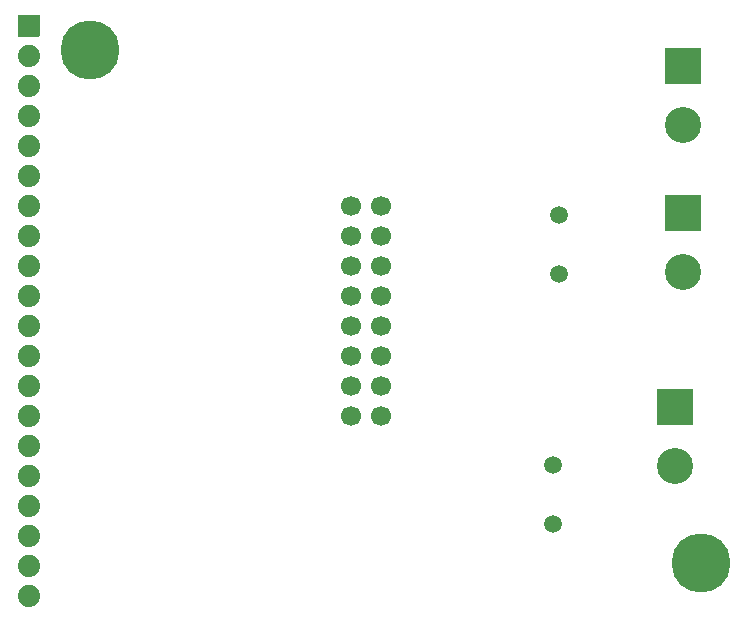
<source format=gbs>
G04 #@! TF.GenerationSoftware,KiCad,Pcbnew,(6.0.2)*
G04 #@! TF.CreationDate,2022-11-08T17:00:34+01:00*
G04 #@! TF.ProjectId,PANEL_LED_HARDWARE,50414e45-4c5f-44c4-9544-5f4841524457,rev?*
G04 #@! TF.SameCoordinates,Original*
G04 #@! TF.FileFunction,Soldermask,Bot*
G04 #@! TF.FilePolarity,Negative*
%FSLAX46Y46*%
G04 Gerber Fmt 4.6, Leading zero omitted, Abs format (unit mm)*
G04 Created by KiCad (PCBNEW (6.0.2)) date 2022-11-08 17:00:34*
%MOMM*%
%LPD*%
G01*
G04 APERTURE LIST*
G04 Aperture macros list*
%AMRoundRect*
0 Rectangle with rounded corners*
0 $1 Rounding radius*
0 $2 $3 $4 $5 $6 $7 $8 $9 X,Y pos of 4 corners*
0 Add a 4 corners polygon primitive as box body*
4,1,4,$2,$3,$4,$5,$6,$7,$8,$9,$2,$3,0*
0 Add four circle primitives for the rounded corners*
1,1,$1+$1,$2,$3*
1,1,$1+$1,$4,$5*
1,1,$1+$1,$6,$7*
1,1,$1+$1,$8,$9*
0 Add four rect primitives between the rounded corners*
20,1,$1+$1,$2,$3,$4,$5,0*
20,1,$1+$1,$4,$5,$6,$7,0*
20,1,$1+$1,$6,$7,$8,$9,0*
20,1,$1+$1,$8,$9,$2,$3,0*%
G04 Aperture macros list end*
%ADD10C,1.700000*%
%ADD11C,1.500000*%
%ADD12C,5.000000*%
%ADD13C,3.048000*%
%ADD14R,3.048000X3.048000*%
%ADD15RoundRect,0.050800X-0.889000X0.889000X-0.889000X-0.889000X0.889000X-0.889000X0.889000X0.889000X0*%
%ADD16C,1.879600*%
G04 APERTURE END LIST*
D10*
X117746000Y-80222000D03*
X115206000Y-80222000D03*
X117746000Y-77682000D03*
X115206000Y-77682000D03*
X117746000Y-75142000D03*
X115206000Y-75142000D03*
X117746000Y-72602000D03*
X115206000Y-72602000D03*
X117746000Y-70062000D03*
X115206000Y-70062000D03*
X117746000Y-67522000D03*
X115206000Y-67522000D03*
X117746000Y-64982000D03*
X115206000Y-64982000D03*
X117746000Y-62442000D03*
X115206000Y-62442000D03*
D11*
X132334000Y-89368000D03*
X132334000Y-84368000D03*
D12*
X144796000Y-92670000D03*
D13*
X143315000Y-68035000D03*
D14*
X143315000Y-63035000D03*
D12*
X93105000Y-49266000D03*
D11*
X132840000Y-68240000D03*
X132840000Y-63240000D03*
D15*
X87930000Y-47220000D03*
D16*
X87930000Y-49760000D03*
X87930000Y-52300000D03*
X87930000Y-54840000D03*
X87930000Y-57380000D03*
X87930000Y-59920000D03*
X87930000Y-62460000D03*
X87930000Y-65000000D03*
X87930000Y-67540000D03*
X87930000Y-70080000D03*
X87930000Y-72620000D03*
X87930000Y-75160000D03*
X87930000Y-77700000D03*
X87930000Y-80240000D03*
X87930000Y-82780000D03*
X87930000Y-85320000D03*
X87930000Y-87860000D03*
X87930000Y-90400000D03*
X87930000Y-92940000D03*
X87930000Y-95480000D03*
D14*
X143315000Y-50605000D03*
D13*
X143315000Y-55605000D03*
D14*
X142655000Y-79445000D03*
D13*
X142655000Y-84445000D03*
M02*

</source>
